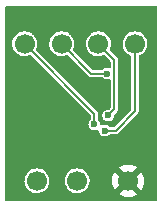
<source format=gbl>
G75*
G70*
%OFA0B0*%
%FSLAX25Y25*%
%IPPOS*%
%LPD*%
%AMOC8*
5,1,8,0,0,1.08239X$1,22.5*
%
%ADD10C,0.06693*%
%ADD17C,0.02362*%
%ADD20C,0.00787*%
X0000000Y0000000D02*
%LPD*%
G01*
D10*
X0024409Y0007087D03*
X0006929Y0052756D03*
X0043701Y0052756D03*
D17*
X0033612Y0023845D03*
X0030167Y0025912D03*
X0034793Y0028865D03*
X0034498Y0042841D03*
D10*
X0011024Y0007087D03*
X0019291Y0052756D03*
X0041339Y0007087D03*
X0031496Y0052756D03*
D17*
X0003150Y0016929D03*
X0014567Y0016929D03*
X0001969Y0002362D03*
X0049213Y0063780D03*
X0001969Y0064173D03*
X0048031Y0002756D03*
D20*
X0043701Y0030315D02*
X0043701Y0052756D01*
X0037231Y0023845D02*
X0043701Y0030315D01*
X0033612Y0023845D02*
X0037231Y0023845D01*
X0029206Y0042841D02*
X0019291Y0052756D01*
X0034498Y0042841D02*
X0029206Y0042841D01*
X0036858Y0047394D02*
X0031496Y0052756D01*
X0034793Y0028865D02*
X0036858Y0030930D01*
X0036858Y0030930D02*
X0036858Y0047394D01*
X0030167Y0029518D02*
X0006929Y0052756D01*
X0030167Y0025912D02*
X0030167Y0029518D01*
G36*
X0050953Y0065276D02*
G01*
X0051136Y0065064D01*
X0051181Y0064858D01*
X0051181Y0000890D01*
X0051102Y0000622D01*
X0050891Y0000439D01*
X0050685Y0000394D01*
X0000890Y0000394D01*
X0000622Y0000472D01*
X0000439Y0000684D01*
X0000394Y0000890D01*
X0000394Y0002658D01*
X0038346Y0002658D01*
X0038367Y0002630D01*
X0039003Y0002259D01*
X0039040Y0002241D01*
X0039823Y0001942D01*
X0039862Y0001931D01*
X0040683Y0001764D01*
X0040724Y0001759D01*
X0041562Y0001728D01*
X0041602Y0001730D01*
X0042434Y0001836D01*
X0042473Y0001845D01*
X0043277Y0002086D01*
X0043314Y0002101D01*
X0044067Y0002470D01*
X0044102Y0002490D01*
X0044288Y0002623D01*
X0044321Y0002665D01*
X0044294Y0002717D01*
X0041389Y0005622D01*
X0041334Y0005652D01*
X0041327Y0005651D01*
X0041301Y0005635D01*
X0038373Y0002707D01*
X0038346Y0002658D01*
X0000394Y0002658D01*
X0000394Y0007145D01*
X0006868Y0007145D01*
X0006936Y0006336D01*
X0006943Y0006313D01*
X0007137Y0005635D01*
X0007160Y0005557D01*
X0007171Y0005535D01*
X0007171Y0005535D01*
X0007519Y0004857D01*
X0007530Y0004835D01*
X0008034Y0004200D01*
X0008652Y0003674D01*
X0009360Y0003278D01*
X0009733Y0003157D01*
X0010108Y0003035D01*
X0010108Y0003035D01*
X0010131Y0003028D01*
X0010937Y0002932D01*
X0010961Y0002934D01*
X0010961Y0002934D01*
X0011181Y0002951D01*
X0011745Y0002994D01*
X0011769Y0003000D01*
X0011769Y0003000D01*
X0012503Y0003206D01*
X0012503Y0003206D01*
X0012526Y0003212D01*
X0012548Y0003223D01*
X0012548Y0003223D01*
X0013229Y0003567D01*
X0013250Y0003578D01*
X0013890Y0004077D01*
X0013908Y0004099D01*
X0014404Y0004673D01*
X0014404Y0004673D01*
X0014420Y0004691D01*
X0014502Y0004835D01*
X0014571Y0004958D01*
X0014820Y0005396D01*
X0015076Y0006166D01*
X0015178Y0006971D01*
X0015179Y0007087D01*
X0015174Y0007145D01*
X0020254Y0007145D01*
X0020322Y0006336D01*
X0020329Y0006313D01*
X0020523Y0005635D01*
X0020545Y0005557D01*
X0020557Y0005535D01*
X0020557Y0005535D01*
X0020905Y0004857D01*
X0020916Y0004835D01*
X0021420Y0004200D01*
X0022038Y0003674D01*
X0022746Y0003278D01*
X0023119Y0003157D01*
X0023494Y0003035D01*
X0023494Y0003035D01*
X0023517Y0003028D01*
X0024322Y0002932D01*
X0024347Y0002934D01*
X0024347Y0002934D01*
X0024567Y0002951D01*
X0025131Y0002994D01*
X0025154Y0003000D01*
X0025154Y0003000D01*
X0025889Y0003206D01*
X0025889Y0003206D01*
X0025912Y0003212D01*
X0025934Y0003223D01*
X0025934Y0003223D01*
X0026615Y0003567D01*
X0026636Y0003578D01*
X0027275Y0004077D01*
X0027294Y0004099D01*
X0027790Y0004673D01*
X0027790Y0004673D01*
X0027805Y0004691D01*
X0027887Y0004835D01*
X0027957Y0004958D01*
X0028206Y0005396D01*
X0028462Y0006166D01*
X0028564Y0006971D01*
X0028565Y0007087D01*
X0028554Y0007197D01*
X0035977Y0007197D01*
X0036025Y0006360D01*
X0036030Y0006320D01*
X0036215Y0005502D01*
X0036227Y0005463D01*
X0036542Y0004687D01*
X0036561Y0004650D01*
X0036876Y0004136D01*
X0036917Y0004099D01*
X0036952Y0004114D01*
X0039874Y0007036D01*
X0039899Y0007082D01*
X0042773Y0007082D01*
X0042774Y0007075D01*
X0042791Y0007049D01*
X0045711Y0004129D01*
X0045758Y0004103D01*
X0045804Y0004138D01*
X0045925Y0004307D01*
X0045946Y0004342D01*
X0046318Y0005093D01*
X0046333Y0005131D01*
X0046576Y0005933D01*
X0046585Y0005973D01*
X0046695Y0006811D01*
X0046697Y0006838D01*
X0046703Y0007073D01*
X0046702Y0007100D01*
X0046633Y0007943D01*
X0046626Y0007983D01*
X0046422Y0008796D01*
X0046409Y0008834D01*
X0046075Y0009603D01*
X0046056Y0009639D01*
X0045799Y0010035D01*
X0045757Y0010071D01*
X0045720Y0010054D01*
X0042803Y0007137D01*
X0042773Y0007082D01*
X0039899Y0007082D01*
X0039904Y0007091D01*
X0039903Y0007098D01*
X0039887Y0007124D01*
X0036968Y0010043D01*
X0036922Y0010068D01*
X0036874Y0010030D01*
X0036685Y0009753D01*
X0036665Y0009718D01*
X0036312Y0008958D01*
X0036298Y0008919D01*
X0036074Y0008111D01*
X0036067Y0008072D01*
X0035978Y0007238D01*
X0035977Y0007197D01*
X0028554Y0007197D01*
X0028486Y0007894D01*
X0028252Y0008670D01*
X0027871Y0009386D01*
X0027572Y0009753D01*
X0027374Y0009996D01*
X0027374Y0009996D01*
X0027358Y0010015D01*
X0027340Y0010030D01*
X0026752Y0010516D01*
X0026752Y0010517D01*
X0026733Y0010532D01*
X0026020Y0010918D01*
X0025245Y0011158D01*
X0025221Y0011160D01*
X0025221Y0011160D01*
X0024463Y0011240D01*
X0024463Y0011240D01*
X0024438Y0011242D01*
X0024097Y0011211D01*
X0023655Y0011171D01*
X0023655Y0011171D01*
X0023631Y0011169D01*
X0022853Y0010940D01*
X0022134Y0010564D01*
X0022115Y0010549D01*
X0022115Y0010549D01*
X0022075Y0010516D01*
X0021502Y0010056D01*
X0020980Y0009435D01*
X0020969Y0009413D01*
X0020969Y0009413D01*
X0020942Y0009365D01*
X0020590Y0008724D01*
X0020344Y0007951D01*
X0020342Y0007927D01*
X0020342Y0007927D01*
X0020264Y0007238D01*
X0020254Y0007145D01*
X0015174Y0007145D01*
X0015100Y0007894D01*
X0014866Y0008670D01*
X0014485Y0009386D01*
X0014186Y0009753D01*
X0013988Y0009996D01*
X0013988Y0009996D01*
X0013972Y0010015D01*
X0013954Y0010030D01*
X0013366Y0010516D01*
X0013366Y0010517D01*
X0013348Y0010532D01*
X0012634Y0010918D01*
X0011859Y0011158D01*
X0011835Y0011160D01*
X0011835Y0011160D01*
X0011077Y0011240D01*
X0011077Y0011240D01*
X0011053Y0011242D01*
X0010711Y0011211D01*
X0010269Y0011171D01*
X0010269Y0011171D01*
X0010245Y0011169D01*
X0009467Y0010940D01*
X0008748Y0010564D01*
X0008729Y0010549D01*
X0008729Y0010549D01*
X0008689Y0010516D01*
X0008116Y0010056D01*
X0007595Y0009435D01*
X0007583Y0009413D01*
X0007583Y0009413D01*
X0007556Y0009365D01*
X0007204Y0008724D01*
X0006959Y0007951D01*
X0006956Y0007927D01*
X0006956Y0007927D01*
X0006879Y0007238D01*
X0006868Y0007145D01*
X0000394Y0007145D01*
X0000394Y0011510D01*
X0038351Y0011510D01*
X0038378Y0011462D01*
X0041288Y0008551D01*
X0041343Y0008521D01*
X0041350Y0008522D01*
X0041376Y0008539D01*
X0044305Y0011467D01*
X0044332Y0011518D01*
X0044306Y0011554D01*
X0044290Y0011565D01*
X0043556Y0011970D01*
X0043519Y0011987D01*
X0042728Y0012267D01*
X0042689Y0012277D01*
X0041863Y0012424D01*
X0041823Y0012428D01*
X0040985Y0012438D01*
X0040944Y0012435D01*
X0040115Y0012308D01*
X0040076Y0012299D01*
X0039279Y0012039D01*
X0039242Y0012023D01*
X0038498Y0011636D01*
X0038464Y0011614D01*
X0038385Y0011555D01*
X0038351Y0011510D01*
X0000394Y0011510D01*
X0000394Y0052814D01*
X0002774Y0052814D01*
X0002842Y0052006D01*
X0003065Y0051226D01*
X0003076Y0051204D01*
X0003076Y0051204D01*
X0003158Y0051044D01*
X0003436Y0050505D01*
X0003940Y0049869D01*
X0004557Y0049343D01*
X0005265Y0048948D01*
X0005639Y0048826D01*
X0006014Y0048705D01*
X0006014Y0048704D01*
X0006037Y0048697D01*
X0006842Y0048601D01*
X0006866Y0048603D01*
X0006866Y0048603D01*
X0007087Y0048620D01*
X0007651Y0048663D01*
X0007674Y0048670D01*
X0007674Y0048670D01*
X0008396Y0048871D01*
X0008432Y0048881D01*
X0008576Y0048954D01*
X0008851Y0049005D01*
X0009109Y0048898D01*
X0009150Y0048862D01*
X0028839Y0029173D01*
X0028973Y0028928D01*
X0028984Y0028822D01*
X0028984Y0027737D01*
X0028905Y0027469D01*
X0028860Y0027409D01*
X0028503Y0027005D01*
X0028488Y0026973D01*
X0028488Y0026973D01*
X0028449Y0026889D01*
X0028264Y0026494D01*
X0028258Y0026459D01*
X0028185Y0025988D01*
X0028177Y0025936D01*
X0028181Y0025901D01*
X0028181Y0025901D01*
X0028245Y0025412D01*
X0028245Y0025412D01*
X0028250Y0025377D01*
X0028477Y0024860D01*
X0028840Y0024428D01*
X0029310Y0024115D01*
X0029849Y0023947D01*
X0030413Y0023937D01*
X0030578Y0023982D01*
X0030924Y0024076D01*
X0030924Y0024076D01*
X0030958Y0024085D01*
X0030967Y0024091D01*
X0031233Y0024124D01*
X0031484Y0024002D01*
X0031631Y0023764D01*
X0031644Y0023698D01*
X0031695Y0023310D01*
X0031922Y0022793D01*
X0032285Y0022361D01*
X0032315Y0022342D01*
X0032315Y0022342D01*
X0032421Y0022271D01*
X0032755Y0022048D01*
X0033294Y0021880D01*
X0033858Y0021870D01*
X0034080Y0021930D01*
X0034369Y0022009D01*
X0034369Y0022009D01*
X0034403Y0022018D01*
X0034884Y0022313D01*
X0034908Y0022340D01*
X0035052Y0022499D01*
X0035290Y0022645D01*
X0035419Y0022662D01*
X0037025Y0022662D01*
X0037035Y0022661D01*
X0037055Y0022654D01*
X0037101Y0022656D01*
X0037101Y0022656D01*
X0037248Y0022662D01*
X0037266Y0022662D01*
X0037341Y0022662D01*
X0037360Y0022666D01*
X0037374Y0022666D01*
X0037388Y0022667D01*
X0037496Y0022671D01*
X0037538Y0022689D01*
X0037556Y0022693D01*
X0037602Y0022707D01*
X0037619Y0022714D01*
X0037664Y0022722D01*
X0037747Y0022773D01*
X0037811Y0022807D01*
X0037868Y0022831D01*
X0037868Y0022831D01*
X0037900Y0022845D01*
X0037920Y0022861D01*
X0037928Y0022869D01*
X0037937Y0022877D01*
X0037938Y0022877D01*
X0037973Y0022905D01*
X0038000Y0022929D01*
X0038039Y0022954D01*
X0038105Y0023039D01*
X0038149Y0023090D01*
X0044392Y0029333D01*
X0044400Y0029340D01*
X0044418Y0029349D01*
X0044550Y0029490D01*
X0044562Y0029503D01*
X0044615Y0029556D01*
X0044626Y0029572D01*
X0044635Y0029582D01*
X0044687Y0029638D01*
X0044718Y0029672D01*
X0044735Y0029714D01*
X0044745Y0029730D01*
X0044768Y0029773D01*
X0044775Y0029790D01*
X0044801Y0029827D01*
X0044824Y0029922D01*
X0044845Y0029991D01*
X0044868Y0030049D01*
X0044881Y0030081D01*
X0044884Y0030106D01*
X0044884Y0030118D01*
X0044884Y0030130D01*
X0044885Y0030130D01*
X0044891Y0030175D01*
X0044892Y0030212D01*
X0044903Y0030256D01*
X0044888Y0030363D01*
X0044884Y0030430D01*
X0044884Y0048420D01*
X0044963Y0048688D01*
X0045174Y0048871D01*
X0045185Y0048876D01*
X0045204Y0048881D01*
X0045928Y0049247D01*
X0046567Y0049746D01*
X0047097Y0050360D01*
X0047179Y0050505D01*
X0047485Y0051044D01*
X0047497Y0051066D01*
X0047753Y0051835D01*
X0047855Y0052640D01*
X0047857Y0052756D01*
X0047777Y0053563D01*
X0047543Y0054340D01*
X0047162Y0055056D01*
X0046873Y0055410D01*
X0046665Y0055665D01*
X0046665Y0055665D01*
X0046650Y0055684D01*
X0046582Y0055740D01*
X0046043Y0056186D01*
X0046043Y0056186D01*
X0046025Y0056201D01*
X0045311Y0056587D01*
X0044536Y0056827D01*
X0044512Y0056829D01*
X0044512Y0056829D01*
X0043754Y0056909D01*
X0043754Y0056909D01*
X0043730Y0056912D01*
X0043388Y0056881D01*
X0042946Y0056840D01*
X0042946Y0056840D01*
X0042922Y0056838D01*
X0042144Y0056609D01*
X0041425Y0056233D01*
X0041406Y0056218D01*
X0041406Y0056218D01*
X0041366Y0056186D01*
X0040793Y0055725D01*
X0040272Y0055104D01*
X0040260Y0055083D01*
X0040260Y0055083D01*
X0040234Y0055034D01*
X0039881Y0054393D01*
X0039636Y0053620D01*
X0039633Y0053596D01*
X0039633Y0053596D01*
X0039548Y0052838D01*
X0039545Y0052814D01*
X0039613Y0052006D01*
X0039837Y0051226D01*
X0039848Y0051204D01*
X0039848Y0051204D01*
X0039930Y0051044D01*
X0040208Y0050505D01*
X0040711Y0049869D01*
X0041329Y0049343D01*
X0042037Y0048948D01*
X0042175Y0048903D01*
X0042406Y0048745D01*
X0042514Y0048488D01*
X0042518Y0048431D01*
X0042518Y0031010D01*
X0042439Y0030742D01*
X0042372Y0030660D01*
X0036886Y0025173D01*
X0036641Y0025040D01*
X0036535Y0025028D01*
X0035421Y0025028D01*
X0035153Y0025107D01*
X0035046Y0025200D01*
X0034954Y0025307D01*
X0034921Y0025345D01*
X0034447Y0025652D01*
X0034413Y0025662D01*
X0034413Y0025662D01*
X0034115Y0025752D01*
X0033906Y0025814D01*
X0033871Y0025814D01*
X0033871Y0025814D01*
X0033634Y0025816D01*
X0033342Y0025817D01*
X0032799Y0025662D01*
X0032798Y0025667D01*
X0032554Y0025634D01*
X0032301Y0025752D01*
X0032152Y0025988D01*
X0032138Y0026054D01*
X0032078Y0026471D01*
X0032053Y0026526D01*
X0031859Y0026952D01*
X0031859Y0026952D01*
X0031844Y0026985D01*
X0031476Y0027412D01*
X0031486Y0027421D01*
X0031370Y0027602D01*
X0031350Y0027741D01*
X0031350Y0029312D01*
X0031351Y0029322D01*
X0031358Y0029342D01*
X0031352Y0029490D01*
X0031351Y0029534D01*
X0031350Y0029553D01*
X0031350Y0029628D01*
X0031347Y0029646D01*
X0031346Y0029660D01*
X0031343Y0029737D01*
X0031341Y0029782D01*
X0031323Y0029824D01*
X0031319Y0029843D01*
X0031305Y0029889D01*
X0031299Y0029906D01*
X0031290Y0029951D01*
X0031239Y0030034D01*
X0031206Y0030098D01*
X0031181Y0030155D01*
X0031181Y0030155D01*
X0031167Y0030187D01*
X0031152Y0030207D01*
X0031143Y0030215D01*
X0031135Y0030224D01*
X0031136Y0030225D01*
X0031108Y0030260D01*
X0031083Y0030287D01*
X0031059Y0030326D01*
X0030973Y0030391D01*
X0030923Y0030435D01*
X0010832Y0050527D01*
X0010698Y0050772D01*
X0010718Y0051051D01*
X0010718Y0051052D01*
X0010726Y0051066D01*
X0010772Y0051204D01*
X0010974Y0051812D01*
X0010982Y0051835D01*
X0011083Y0052640D01*
X0011085Y0052756D01*
X0011079Y0052814D01*
X0015136Y0052814D01*
X0015204Y0052006D01*
X0015427Y0051226D01*
X0015438Y0051204D01*
X0015438Y0051204D01*
X0015521Y0051044D01*
X0015798Y0050505D01*
X0016302Y0049869D01*
X0016920Y0049343D01*
X0017628Y0048948D01*
X0018001Y0048826D01*
X0018376Y0048705D01*
X0018376Y0048704D01*
X0018399Y0048697D01*
X0019204Y0048601D01*
X0019228Y0048603D01*
X0019228Y0048603D01*
X0019449Y0048620D01*
X0020013Y0048663D01*
X0020036Y0048670D01*
X0020036Y0048670D01*
X0020759Y0048871D01*
X0020794Y0048881D01*
X0020938Y0048954D01*
X0021213Y0049005D01*
X0021471Y0048898D01*
X0021512Y0048862D01*
X0028224Y0042150D01*
X0028231Y0042142D01*
X0028240Y0042124D01*
X0028273Y0042092D01*
X0028273Y0042092D01*
X0028381Y0041992D01*
X0028395Y0041980D01*
X0028447Y0041927D01*
X0028463Y0041916D01*
X0028473Y0041907D01*
X0028529Y0041855D01*
X0028529Y0041855D01*
X0028563Y0041824D01*
X0028605Y0041807D01*
X0028621Y0041797D01*
X0028664Y0041774D01*
X0028681Y0041767D01*
X0028718Y0041741D01*
X0028763Y0041730D01*
X0028763Y0041730D01*
X0028813Y0041718D01*
X0028882Y0041697D01*
X0028940Y0041674D01*
X0028940Y0041674D01*
X0028972Y0041661D01*
X0028997Y0041658D01*
X0029009Y0041658D01*
X0029021Y0041658D01*
X0029021Y0041657D01*
X0029066Y0041651D01*
X0029103Y0041650D01*
X0029147Y0041639D01*
X0029193Y0041645D01*
X0029193Y0041645D01*
X0029254Y0041654D01*
X0029321Y0041658D01*
X0032687Y0041658D01*
X0032955Y0041579D01*
X0033067Y0041481D01*
X0033171Y0041357D01*
X0033641Y0041044D01*
X0034180Y0040876D01*
X0034744Y0040866D01*
X0034821Y0040887D01*
X0035049Y0040949D01*
X0035328Y0040943D01*
X0035560Y0040788D01*
X0035671Y0040531D01*
X0035675Y0040470D01*
X0035675Y0031625D01*
X0035596Y0031357D01*
X0035530Y0031275D01*
X0035236Y0030980D01*
X0034990Y0030846D01*
X0034882Y0030835D01*
X0034523Y0030837D01*
X0034357Y0030790D01*
X0034014Y0030692D01*
X0034014Y0030692D01*
X0033980Y0030682D01*
X0033951Y0030663D01*
X0033552Y0030412D01*
X0033503Y0030381D01*
X0033480Y0030354D01*
X0033480Y0030354D01*
X0033323Y0030177D01*
X0033129Y0029958D01*
X0033114Y0029926D01*
X0033114Y0029926D01*
X0033043Y0029773D01*
X0032890Y0029447D01*
X0032870Y0029318D01*
X0032809Y0028928D01*
X0032803Y0028889D01*
X0032807Y0028854D01*
X0032807Y0028854D01*
X0032871Y0028365D01*
X0032871Y0028364D01*
X0032876Y0028329D01*
X0033103Y0027813D01*
X0033466Y0027381D01*
X0033496Y0027361D01*
X0033496Y0027361D01*
X0033602Y0027290D01*
X0033936Y0027068D01*
X0034475Y0026900D01*
X0035039Y0026889D01*
X0035346Y0026973D01*
X0035550Y0027029D01*
X0035550Y0027029D01*
X0035584Y0027038D01*
X0036065Y0027333D01*
X0036090Y0027361D01*
X0036420Y0027725D01*
X0036444Y0027752D01*
X0036460Y0027786D01*
X0036674Y0028228D01*
X0036690Y0028260D01*
X0036783Y0028816D01*
X0036784Y0028865D01*
X0036781Y0028884D01*
X0036781Y0028884D01*
X0036779Y0028897D01*
X0036780Y0028902D01*
X0036780Y0028903D01*
X0036780Y0028903D01*
X0036819Y0029174D01*
X0036920Y0029318D01*
X0037549Y0029947D01*
X0037557Y0029954D01*
X0037576Y0029964D01*
X0037707Y0030105D01*
X0037720Y0030118D01*
X0037773Y0030171D01*
X0037783Y0030187D01*
X0037793Y0030197D01*
X0037844Y0030253D01*
X0037876Y0030287D01*
X0037893Y0030329D01*
X0037903Y0030345D01*
X0037925Y0030387D01*
X0037933Y0030404D01*
X0037959Y0030442D01*
X0037981Y0030537D01*
X0038003Y0030606D01*
X0038026Y0030663D01*
X0038039Y0030696D01*
X0038041Y0030721D01*
X0038041Y0030733D01*
X0038042Y0030745D01*
X0038043Y0030745D01*
X0038048Y0030790D01*
X0038050Y0030826D01*
X0038060Y0030871D01*
X0038046Y0030978D01*
X0038041Y0031045D01*
X0038041Y0047188D01*
X0038042Y0047198D01*
X0038049Y0047218D01*
X0038042Y0047410D01*
X0038041Y0047429D01*
X0038041Y0047504D01*
X0038038Y0047522D01*
X0038037Y0047536D01*
X0038034Y0047613D01*
X0038032Y0047658D01*
X0038014Y0047700D01*
X0038010Y0047719D01*
X0037996Y0047765D01*
X0037990Y0047782D01*
X0037981Y0047827D01*
X0037930Y0047910D01*
X0037897Y0047974D01*
X0037872Y0048031D01*
X0037872Y0048031D01*
X0037858Y0048063D01*
X0037843Y0048082D01*
X0037834Y0048091D01*
X0037826Y0048100D01*
X0037827Y0048101D01*
X0037799Y0048136D01*
X0037774Y0048163D01*
X0037750Y0048202D01*
X0037664Y0048267D01*
X0037614Y0048311D01*
X0035398Y0050527D01*
X0035265Y0050772D01*
X0035284Y0051051D01*
X0035285Y0051052D01*
X0035293Y0051066D01*
X0035339Y0051204D01*
X0035541Y0051812D01*
X0035549Y0051835D01*
X0035650Y0052640D01*
X0035652Y0052756D01*
X0035573Y0053563D01*
X0035338Y0054340D01*
X0034958Y0055056D01*
X0034669Y0055410D01*
X0034460Y0055665D01*
X0034460Y0055665D01*
X0034445Y0055684D01*
X0034377Y0055740D01*
X0033839Y0056186D01*
X0033839Y0056186D01*
X0033820Y0056201D01*
X0033107Y0056587D01*
X0032332Y0056827D01*
X0032308Y0056829D01*
X0032308Y0056829D01*
X0031549Y0056909D01*
X0031549Y0056909D01*
X0031525Y0056912D01*
X0031183Y0056881D01*
X0030742Y0056840D01*
X0030741Y0056840D01*
X0030717Y0056838D01*
X0029939Y0056609D01*
X0029220Y0056233D01*
X0029202Y0056218D01*
X0029202Y0056218D01*
X0029161Y0056186D01*
X0028588Y0055725D01*
X0028067Y0055104D01*
X0028055Y0055083D01*
X0028055Y0055083D01*
X0028029Y0055034D01*
X0027676Y0054393D01*
X0027431Y0053620D01*
X0027428Y0053596D01*
X0027428Y0053596D01*
X0027343Y0052838D01*
X0027341Y0052814D01*
X0027408Y0052006D01*
X0027632Y0051226D01*
X0027643Y0051204D01*
X0027643Y0051204D01*
X0027725Y0051044D01*
X0028003Y0050505D01*
X0028507Y0049869D01*
X0029124Y0049343D01*
X0029832Y0048948D01*
X0030206Y0048826D01*
X0030581Y0048705D01*
X0030581Y0048704D01*
X0030604Y0048697D01*
X0031409Y0048601D01*
X0031433Y0048603D01*
X0031433Y0048603D01*
X0031654Y0048620D01*
X0032218Y0048663D01*
X0032241Y0048670D01*
X0032241Y0048670D01*
X0032963Y0048871D01*
X0032999Y0048881D01*
X0033143Y0048954D01*
X0033417Y0049005D01*
X0033676Y0048898D01*
X0033717Y0048862D01*
X0035530Y0047049D01*
X0035664Y0046804D01*
X0035675Y0046698D01*
X0035675Y0045212D01*
X0035596Y0044944D01*
X0035385Y0044761D01*
X0035109Y0044721D01*
X0035037Y0044737D01*
X0034792Y0044810D01*
X0034757Y0044810D01*
X0034757Y0044810D01*
X0034520Y0044812D01*
X0034228Y0044814D01*
X0033960Y0044737D01*
X0033719Y0044668D01*
X0033719Y0044668D01*
X0033685Y0044658D01*
X0033208Y0044357D01*
X0033075Y0044207D01*
X0033062Y0044192D01*
X0032825Y0044043D01*
X0032690Y0044024D01*
X0029902Y0044024D01*
X0029633Y0044103D01*
X0029551Y0044170D01*
X0023194Y0050527D01*
X0023060Y0050772D01*
X0023080Y0051051D01*
X0023080Y0051052D01*
X0023088Y0051066D01*
X0023134Y0051204D01*
X0023336Y0051812D01*
X0023344Y0051835D01*
X0023446Y0052640D01*
X0023447Y0052756D01*
X0023368Y0053563D01*
X0023134Y0054340D01*
X0022753Y0055056D01*
X0022464Y0055410D01*
X0022256Y0055665D01*
X0022256Y0055665D01*
X0022240Y0055684D01*
X0022172Y0055740D01*
X0021634Y0056186D01*
X0021634Y0056186D01*
X0021615Y0056201D01*
X0020902Y0056587D01*
X0020127Y0056827D01*
X0020103Y0056829D01*
X0020103Y0056829D01*
X0019344Y0056909D01*
X0019344Y0056909D01*
X0019320Y0056912D01*
X0018978Y0056881D01*
X0018537Y0056840D01*
X0018537Y0056840D01*
X0018513Y0056838D01*
X0017735Y0056609D01*
X0017016Y0056233D01*
X0016997Y0056218D01*
X0016997Y0056218D01*
X0016957Y0056186D01*
X0016384Y0055725D01*
X0015862Y0055104D01*
X0015851Y0055083D01*
X0015851Y0055083D01*
X0015824Y0055034D01*
X0015472Y0054393D01*
X0015226Y0053620D01*
X0015224Y0053596D01*
X0015224Y0053596D01*
X0015139Y0052838D01*
X0015136Y0052814D01*
X0011079Y0052814D01*
X0011006Y0053563D01*
X0010771Y0054340D01*
X0010391Y0055056D01*
X0010102Y0055410D01*
X0009893Y0055665D01*
X0009893Y0055665D01*
X0009878Y0055684D01*
X0009810Y0055740D01*
X0009272Y0056186D01*
X0009272Y0056186D01*
X0009253Y0056201D01*
X0008540Y0056587D01*
X0007765Y0056827D01*
X0007741Y0056829D01*
X0007741Y0056829D01*
X0006982Y0056909D01*
X0006982Y0056909D01*
X0006958Y0056912D01*
X0006616Y0056881D01*
X0006175Y0056840D01*
X0006175Y0056840D01*
X0006150Y0056838D01*
X0005372Y0056609D01*
X0004654Y0056233D01*
X0004635Y0056218D01*
X0004635Y0056218D01*
X0004594Y0056186D01*
X0004021Y0055725D01*
X0003500Y0055104D01*
X0003488Y0055083D01*
X0003488Y0055083D01*
X0003462Y0055034D01*
X0003109Y0054393D01*
X0002864Y0053620D01*
X0002861Y0053596D01*
X0002861Y0053596D01*
X0002776Y0052838D01*
X0002774Y0052814D01*
X0000394Y0052814D01*
X0000394Y0064858D01*
X0000472Y0065126D01*
X0000684Y0065310D01*
X0000890Y0065354D01*
X0050685Y0065354D01*
X0050953Y0065276D01*
G37*
X0003297Y0018432D02*
G01*
G75*
D17*
X0034498Y0042841D02*
D03*
X0034793Y0028865D02*
D03*
X0033612Y0023845D02*
D03*
X0030167Y0025912D02*
D03*
M02*

</source>
